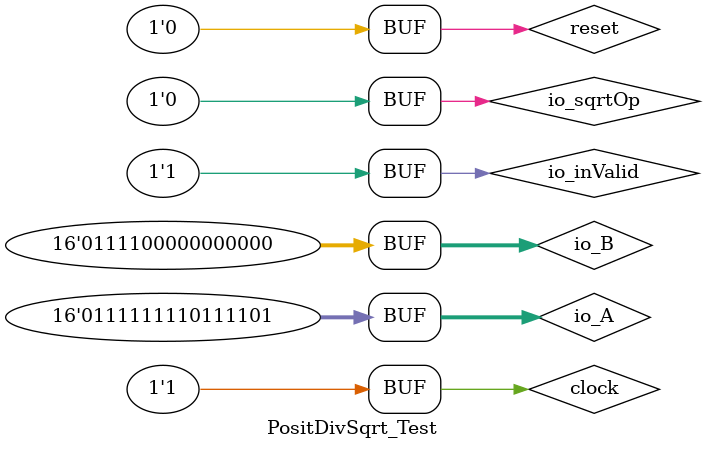
<source format=v>
`timescale 1ns / 1ps


module PositDivSqrt_Test();

  reg         clock;
  reg         reset;
  wire        io_inReady;
  reg         io_inValid;
  reg         io_sqrtOp;
  reg  [15:0] io_A;
  reg  [15:0] io_B;
  wire        io_diviValid;
  wire        io_sqrtValid;
  wire        io_invalidExc;
  wire [15:0] io_Q;

PositDivSqrter16_0 dut
(
           clock,
         reset,
        io_inReady,
         io_inValid,
         io_sqrtOp,
   io_A,
   io_B,
        io_diviValid,
        io_sqrtValid,
        io_invalidExc,
  io_Q



);


always
begin

clock = 0;
#5;
clock = ~clock;
#5;

end

initial
begin
reset = 1;
io_inValid = 0;
io_sqrtOp = 0;
io_A = 0;
io_B = 0;


#15;

reset = 0;
io_inValid = 1;
io_A = 16'd32720; //384
io_B = 16'd30720;//8

#10;

reset = 0;
io_inValid = 1;
io_A = 16'd32701; //384
io_B = 16'd30720;//8




end










endmodule

</source>
